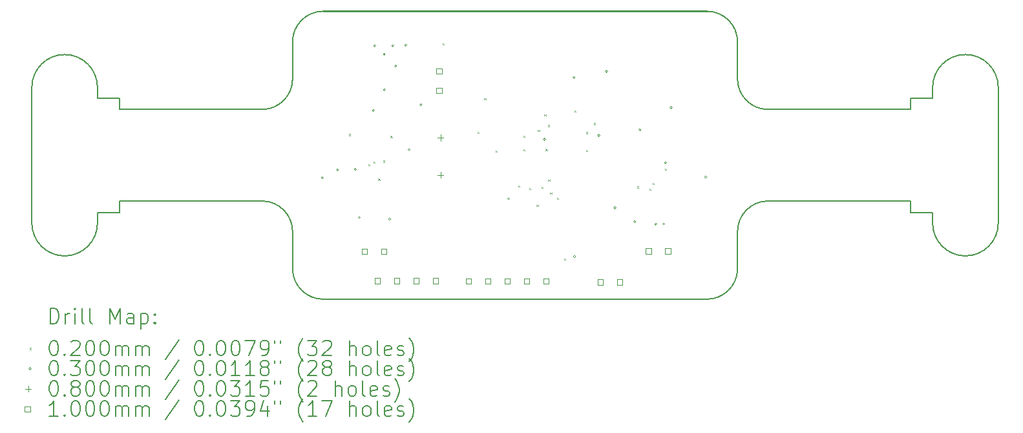
<source format=gbr>
%TF.GenerationSoftware,KiCad,Pcbnew,7.0.1*%
%TF.CreationDate,2024-07-14T18:56:52+02:00*%
%TF.ProjectId,Gruzik2.0,4772757a-696b-4322-9e30-2e6b69636164,rev?*%
%TF.SameCoordinates,Original*%
%TF.FileFunction,Drillmap*%
%TF.FilePolarity,Positive*%
%FSLAX45Y45*%
G04 Gerber Fmt 4.5, Leading zero omitted, Abs format (unit mm)*
G04 Created by KiCad (PCBNEW 7.0.1) date 2024-07-14 18:56:52*
%MOMM*%
%LPD*%
G01*
G04 APERTURE LIST*
%ADD10C,0.150000*%
%ADD11C,0.250000*%
%ADD12C,0.200000*%
%ADD13C,0.020000*%
%ADD14C,0.030000*%
%ADD15C,0.080000*%
%ADD16C,0.100000*%
G04 APERTURE END LIST*
D10*
X15213800Y-16053500D02*
X15213800Y-15903500D01*
X13347600Y-15903500D02*
G75*
G03*
X12947600Y-16303500I0J-400000D01*
G01*
X15933800Y-13984500D02*
G75*
G03*
X15503800Y-14414500I0J-430000D01*
G01*
X7118400Y-16789400D02*
G75*
G03*
X7518400Y-17189400I400000J0D01*
G01*
X15503800Y-16053500D02*
X15213800Y-16053500D01*
X15213800Y-14703500D02*
X13347600Y-14703500D01*
X3702200Y-14414500D02*
X3702200Y-16192500D01*
X15933800Y-16622500D02*
G75*
G03*
X16363800Y-16192500I0J430000D01*
G01*
X7518400Y-13417600D02*
G75*
G03*
X7118400Y-13817600I0J-400000D01*
G01*
X4562200Y-14414500D02*
X4562200Y-14553500D01*
X15503800Y-16192500D02*
G75*
G03*
X15933800Y-16622500I430000J0D01*
G01*
X16363800Y-14414500D02*
G75*
G03*
X15933800Y-13984500I-430000J0D01*
G01*
X12547600Y-17189400D02*
G75*
G03*
X12947600Y-16789400I0J400000D01*
G01*
X4562200Y-14553500D02*
X4852200Y-14553500D01*
X4562200Y-16192500D02*
X4562200Y-16053500D01*
X6718400Y-15903500D02*
X4852200Y-15903500D01*
X15503800Y-14414500D02*
X15503800Y-14553500D01*
X4852200Y-16053500D02*
X4852200Y-15903500D01*
X12947600Y-14303500D02*
G75*
G03*
X13347600Y-14703500I400000J0D01*
G01*
X16363800Y-14414500D02*
X16363800Y-16192500D01*
X4562200Y-16053500D02*
X4852200Y-16053500D01*
X4132200Y-13984500D02*
G75*
G03*
X3702200Y-14414500I0J-430000D01*
G01*
X7118400Y-14303500D02*
X7118400Y-13817600D01*
X15213800Y-14553500D02*
X15213800Y-14703500D01*
X6718400Y-14703500D02*
G75*
G03*
X7118400Y-14303500I0J400000D01*
G01*
X4852200Y-14553500D02*
X4852200Y-14703500D01*
D11*
X7518400Y-13417600D02*
X12547600Y-13417600D01*
D10*
X15503800Y-16192500D02*
X15503800Y-16053500D01*
X13347600Y-15903500D02*
X15213800Y-15903500D01*
X6718400Y-14703500D02*
X4852200Y-14703500D01*
X7518400Y-17189400D02*
X12547600Y-17189400D01*
X4132200Y-16622500D02*
G75*
G03*
X4562200Y-16192500I0J430000D01*
G01*
X7118400Y-16303500D02*
G75*
G03*
X6718400Y-15903500I-400000J0D01*
G01*
X15503800Y-14553500D02*
X15213800Y-14553500D01*
X3702200Y-16192500D02*
G75*
G03*
X4132200Y-16622500I430000J0D01*
G01*
X4562200Y-14414500D02*
G75*
G03*
X4132200Y-13984500I-430000J0D01*
G01*
X12947600Y-16789400D02*
X12947600Y-16303500D01*
X12947600Y-13817600D02*
G75*
G03*
X12547600Y-13417600I-400000J0D01*
G01*
X12947600Y-13817600D02*
X12947600Y-14303500D01*
X7118400Y-16303500D02*
X7118400Y-16789400D01*
D12*
D13*
X7856000Y-15024000D02*
X7876000Y-15044000D01*
X7876000Y-15024000D02*
X7856000Y-15044000D01*
X8111531Y-15420420D02*
X8131531Y-15440420D01*
X8131531Y-15420420D02*
X8111531Y-15440420D01*
X8176500Y-15383050D02*
X8196500Y-15403050D01*
X8196500Y-15383050D02*
X8176500Y-15403050D01*
X8242000Y-15610000D02*
X8262000Y-15630000D01*
X8262000Y-15610000D02*
X8242000Y-15630000D01*
X8307000Y-15373000D02*
X8327000Y-15393000D01*
X8327000Y-15373000D02*
X8307000Y-15393000D01*
X8401500Y-15050500D02*
X8421500Y-15070500D01*
X8421500Y-15050500D02*
X8401500Y-15070500D01*
X9082000Y-13838000D02*
X9102000Y-13858000D01*
X9102000Y-13838000D02*
X9082000Y-13858000D01*
X9541500Y-14996950D02*
X9561500Y-15016950D01*
X9561500Y-14996950D02*
X9541500Y-15016950D01*
X9629000Y-14555000D02*
X9649000Y-14575000D01*
X9649000Y-14555000D02*
X9629000Y-14575000D01*
X9780000Y-15239000D02*
X9800000Y-15259000D01*
X9800000Y-15239000D02*
X9780000Y-15259000D01*
X10072000Y-15701000D02*
X10092000Y-15721000D01*
X10092000Y-15701000D02*
X10072000Y-15721000D01*
X10143000Y-15045000D02*
X10163000Y-15065000D01*
X10163000Y-15045000D02*
X10143000Y-15065000D01*
X10144000Y-15225000D02*
X10164000Y-15245000D01*
X10164000Y-15225000D02*
X10144000Y-15245000D01*
X10220000Y-15732050D02*
X10240000Y-15752050D01*
X10240000Y-15732050D02*
X10220000Y-15752050D01*
X10314000Y-15955000D02*
X10334000Y-15975000D01*
X10334000Y-15955000D02*
X10314000Y-15975000D01*
X10333000Y-14969000D02*
X10353000Y-14989000D01*
X10353000Y-14969000D02*
X10333000Y-14989000D01*
X10379450Y-15717000D02*
X10399450Y-15737000D01*
X10399450Y-15717000D02*
X10379450Y-15737000D01*
X10416071Y-14769000D02*
X10436071Y-14789000D01*
X10436071Y-14769000D02*
X10416071Y-14789000D01*
X10435000Y-15220000D02*
X10455000Y-15240000D01*
X10455000Y-15220000D02*
X10435000Y-15240000D01*
X10461450Y-14907000D02*
X10481450Y-14927000D01*
X10481450Y-14907000D02*
X10461450Y-14927000D01*
X10466050Y-15622406D02*
X10486050Y-15642406D01*
X10486050Y-15622406D02*
X10466050Y-15642406D01*
X10494000Y-15794000D02*
X10514000Y-15814000D01*
X10514000Y-15794000D02*
X10494000Y-15814000D01*
X10582000Y-15860000D02*
X10602000Y-15880000D01*
X10602000Y-15860000D02*
X10582000Y-15880000D01*
X10674000Y-16655000D02*
X10694000Y-16675000D01*
X10694000Y-16655000D02*
X10674000Y-16675000D01*
X10811000Y-14714000D02*
X10831000Y-14734000D01*
X10831000Y-14714000D02*
X10811000Y-14734000D01*
X10960616Y-15001066D02*
X10980616Y-15021066D01*
X10980616Y-15001066D02*
X10960616Y-15021066D01*
X10961000Y-15231000D02*
X10981000Y-15251000D01*
X10981000Y-15231000D02*
X10961000Y-15251000D01*
X11066813Y-14881495D02*
X11086813Y-14901495D01*
X11086813Y-14881495D02*
X11066813Y-14901495D01*
X11631500Y-15711000D02*
X11651500Y-15731000D01*
X11651500Y-15711000D02*
X11631500Y-15731000D01*
X11794000Y-15739000D02*
X11814000Y-15759000D01*
X11814000Y-15739000D02*
X11794000Y-15759000D01*
X11834500Y-15665000D02*
X11854500Y-15685000D01*
X11854500Y-15665000D02*
X11834500Y-15685000D01*
X11995000Y-15477000D02*
X12015000Y-15497000D01*
X12015000Y-15477000D02*
X11995000Y-15497000D01*
D14*
X7522000Y-15601000D02*
G75*
G03*
X7522000Y-15601000I-15000J0D01*
G01*
X7723000Y-15494000D02*
G75*
G03*
X7723000Y-15494000I-15000J0D01*
G01*
X7953000Y-15490000D02*
G75*
G03*
X7953000Y-15490000I-15000J0D01*
G01*
X8008000Y-16120000D02*
G75*
G03*
X8008000Y-16120000I-15000J0D01*
G01*
X8191000Y-14716000D02*
G75*
G03*
X8191000Y-14716000I-15000J0D01*
G01*
X8209000Y-13868000D02*
G75*
G03*
X8209000Y-13868000I-15000J0D01*
G01*
X8333000Y-13981000D02*
G75*
G03*
X8333000Y-13981000I-15000J0D01*
G01*
X8335000Y-14446000D02*
G75*
G03*
X8335000Y-14446000I-15000J0D01*
G01*
X8404750Y-16141250D02*
G75*
G03*
X8404750Y-16141250I-15000J0D01*
G01*
X8446000Y-13868000D02*
G75*
G03*
X8446000Y-13868000I-15000J0D01*
G01*
X8484000Y-14134000D02*
G75*
G03*
X8484000Y-14134000I-15000J0D01*
G01*
X8616000Y-13861000D02*
G75*
G03*
X8616000Y-13861000I-15000J0D01*
G01*
X8660000Y-15230000D02*
G75*
G03*
X8660000Y-15230000I-15000J0D01*
G01*
X8815000Y-14644000D02*
G75*
G03*
X8815000Y-14644000I-15000J0D01*
G01*
X9963000Y-15874450D02*
G75*
G03*
X9963000Y-15874450I-15000J0D01*
G01*
X10432000Y-15095000D02*
G75*
G03*
X10432000Y-15095000I-15000J0D01*
G01*
X10819000Y-14284000D02*
G75*
G03*
X10819000Y-14284000I-15000J0D01*
G01*
X10827000Y-16631000D02*
G75*
G03*
X10827000Y-16631000I-15000J0D01*
G01*
X11145000Y-15043000D02*
G75*
G03*
X11145000Y-15043000I-15000J0D01*
G01*
X11246000Y-14205000D02*
G75*
G03*
X11246000Y-14205000I-15000J0D01*
G01*
X11357000Y-15991000D02*
G75*
G03*
X11357000Y-15991000I-15000J0D01*
G01*
X11617000Y-16171000D02*
G75*
G03*
X11617000Y-16171000I-15000J0D01*
G01*
X11684000Y-14970000D02*
G75*
G03*
X11684000Y-14970000I-15000J0D01*
G01*
X11891000Y-16207000D02*
G75*
G03*
X11891000Y-16207000I-15000J0D01*
G01*
X11995000Y-16204000D02*
G75*
G03*
X11995000Y-16204000I-15000J0D01*
G01*
X12020000Y-15401000D02*
G75*
G03*
X12020000Y-15401000I-15000J0D01*
G01*
X12092000Y-14681000D02*
G75*
G03*
X12092000Y-14681000I-15000J0D01*
G01*
X12546000Y-15589000D02*
G75*
G03*
X12546000Y-15589000I-15000J0D01*
G01*
D15*
X9056000Y-15034000D02*
X9056000Y-15114000D01*
X9016000Y-15074000D02*
X9096000Y-15074000D01*
X9056000Y-15522000D02*
X9056000Y-15602000D01*
X9016000Y-15562000D02*
X9096000Y-15562000D01*
D16*
X8096356Y-16598356D02*
X8096356Y-16527644D01*
X8025644Y-16527644D01*
X8025644Y-16598356D01*
X8096356Y-16598356D01*
X8264356Y-16985356D02*
X8264356Y-16914644D01*
X8193644Y-16914644D01*
X8193644Y-16985356D01*
X8264356Y-16985356D01*
X8350356Y-16598356D02*
X8350356Y-16527644D01*
X8279644Y-16527644D01*
X8279644Y-16598356D01*
X8350356Y-16598356D01*
X8518356Y-16985356D02*
X8518356Y-16914644D01*
X8447644Y-16914644D01*
X8447644Y-16985356D01*
X8518356Y-16985356D01*
X8772356Y-16985356D02*
X8772356Y-16914644D01*
X8701644Y-16914644D01*
X8701644Y-16985356D01*
X8772356Y-16985356D01*
X9026356Y-16985356D02*
X9026356Y-16914644D01*
X8955644Y-16914644D01*
X8955644Y-16985356D01*
X9026356Y-16985356D01*
X9073856Y-14235356D02*
X9073856Y-14164644D01*
X9003144Y-14164644D01*
X9003144Y-14235356D01*
X9073856Y-14235356D01*
X9073856Y-14489356D02*
X9073856Y-14418644D01*
X9003144Y-14418644D01*
X9003144Y-14489356D01*
X9073856Y-14489356D01*
X9461356Y-16989356D02*
X9461356Y-16918644D01*
X9390644Y-16918644D01*
X9390644Y-16989356D01*
X9461356Y-16989356D01*
X9715356Y-16989356D02*
X9715356Y-16918644D01*
X9644644Y-16918644D01*
X9644644Y-16989356D01*
X9715356Y-16989356D01*
X9969356Y-16989356D02*
X9969356Y-16918644D01*
X9898644Y-16918644D01*
X9898644Y-16989356D01*
X9969356Y-16989356D01*
X10223356Y-16989356D02*
X10223356Y-16918644D01*
X10152644Y-16918644D01*
X10152644Y-16989356D01*
X10223356Y-16989356D01*
X10477356Y-16989356D02*
X10477356Y-16918644D01*
X10406644Y-16918644D01*
X10406644Y-16989356D01*
X10477356Y-16989356D01*
X11184356Y-17001356D02*
X11184356Y-16930644D01*
X11113644Y-16930644D01*
X11113644Y-17001356D01*
X11184356Y-17001356D01*
X11438356Y-17001356D02*
X11438356Y-16930644D01*
X11367644Y-16930644D01*
X11367644Y-17001356D01*
X11438356Y-17001356D01*
X11817356Y-16595356D02*
X11817356Y-16524644D01*
X11746644Y-16524644D01*
X11746644Y-16595356D01*
X11817356Y-16595356D01*
X12071356Y-16595356D02*
X12071356Y-16524644D01*
X12000644Y-16524644D01*
X12000644Y-16595356D01*
X12071356Y-16595356D01*
D12*
X3942319Y-17509424D02*
X3942319Y-17309424D01*
X3942319Y-17309424D02*
X3989938Y-17309424D01*
X3989938Y-17309424D02*
X4018509Y-17318948D01*
X4018509Y-17318948D02*
X4037557Y-17337995D01*
X4037557Y-17337995D02*
X4047081Y-17357043D01*
X4047081Y-17357043D02*
X4056605Y-17395138D01*
X4056605Y-17395138D02*
X4056605Y-17423710D01*
X4056605Y-17423710D02*
X4047081Y-17461805D01*
X4047081Y-17461805D02*
X4037557Y-17480852D01*
X4037557Y-17480852D02*
X4018509Y-17499900D01*
X4018509Y-17499900D02*
X3989938Y-17509424D01*
X3989938Y-17509424D02*
X3942319Y-17509424D01*
X4142319Y-17509424D02*
X4142319Y-17376090D01*
X4142319Y-17414186D02*
X4151843Y-17395138D01*
X4151843Y-17395138D02*
X4161367Y-17385614D01*
X4161367Y-17385614D02*
X4180414Y-17376090D01*
X4180414Y-17376090D02*
X4199462Y-17376090D01*
X4266129Y-17509424D02*
X4266129Y-17376090D01*
X4266129Y-17309424D02*
X4256605Y-17318948D01*
X4256605Y-17318948D02*
X4266129Y-17328471D01*
X4266129Y-17328471D02*
X4275652Y-17318948D01*
X4275652Y-17318948D02*
X4266129Y-17309424D01*
X4266129Y-17309424D02*
X4266129Y-17328471D01*
X4389938Y-17509424D02*
X4370890Y-17499900D01*
X4370890Y-17499900D02*
X4361367Y-17480852D01*
X4361367Y-17480852D02*
X4361367Y-17309424D01*
X4494700Y-17509424D02*
X4475652Y-17499900D01*
X4475652Y-17499900D02*
X4466129Y-17480852D01*
X4466129Y-17480852D02*
X4466129Y-17309424D01*
X4723271Y-17509424D02*
X4723271Y-17309424D01*
X4723271Y-17309424D02*
X4789938Y-17452281D01*
X4789938Y-17452281D02*
X4856605Y-17309424D01*
X4856605Y-17309424D02*
X4856605Y-17509424D01*
X5037557Y-17509424D02*
X5037557Y-17404662D01*
X5037557Y-17404662D02*
X5028033Y-17385614D01*
X5028033Y-17385614D02*
X5008986Y-17376090D01*
X5008986Y-17376090D02*
X4970890Y-17376090D01*
X4970890Y-17376090D02*
X4951843Y-17385614D01*
X5037557Y-17499900D02*
X5018510Y-17509424D01*
X5018510Y-17509424D02*
X4970890Y-17509424D01*
X4970890Y-17509424D02*
X4951843Y-17499900D01*
X4951843Y-17499900D02*
X4942319Y-17480852D01*
X4942319Y-17480852D02*
X4942319Y-17461805D01*
X4942319Y-17461805D02*
X4951843Y-17442757D01*
X4951843Y-17442757D02*
X4970890Y-17433233D01*
X4970890Y-17433233D02*
X5018510Y-17433233D01*
X5018510Y-17433233D02*
X5037557Y-17423710D01*
X5132795Y-17376090D02*
X5132795Y-17576090D01*
X5132795Y-17385614D02*
X5151843Y-17376090D01*
X5151843Y-17376090D02*
X5189938Y-17376090D01*
X5189938Y-17376090D02*
X5208986Y-17385614D01*
X5208986Y-17385614D02*
X5218510Y-17395138D01*
X5218510Y-17395138D02*
X5228033Y-17414186D01*
X5228033Y-17414186D02*
X5228033Y-17471329D01*
X5228033Y-17471329D02*
X5218510Y-17490376D01*
X5218510Y-17490376D02*
X5208986Y-17499900D01*
X5208986Y-17499900D02*
X5189938Y-17509424D01*
X5189938Y-17509424D02*
X5151843Y-17509424D01*
X5151843Y-17509424D02*
X5132795Y-17499900D01*
X5313748Y-17490376D02*
X5323271Y-17499900D01*
X5323271Y-17499900D02*
X5313748Y-17509424D01*
X5313748Y-17509424D02*
X5304224Y-17499900D01*
X5304224Y-17499900D02*
X5313748Y-17490376D01*
X5313748Y-17490376D02*
X5313748Y-17509424D01*
X5313748Y-17385614D02*
X5323271Y-17395138D01*
X5323271Y-17395138D02*
X5313748Y-17404662D01*
X5313748Y-17404662D02*
X5304224Y-17395138D01*
X5304224Y-17395138D02*
X5313748Y-17385614D01*
X5313748Y-17385614D02*
X5313748Y-17404662D01*
D13*
X3674700Y-17826900D02*
X3694700Y-17846900D01*
X3694700Y-17826900D02*
X3674700Y-17846900D01*
D12*
X3980414Y-17729424D02*
X3999462Y-17729424D01*
X3999462Y-17729424D02*
X4018509Y-17738948D01*
X4018509Y-17738948D02*
X4028033Y-17748471D01*
X4028033Y-17748471D02*
X4037557Y-17767519D01*
X4037557Y-17767519D02*
X4047081Y-17805614D01*
X4047081Y-17805614D02*
X4047081Y-17853233D01*
X4047081Y-17853233D02*
X4037557Y-17891329D01*
X4037557Y-17891329D02*
X4028033Y-17910376D01*
X4028033Y-17910376D02*
X4018509Y-17919900D01*
X4018509Y-17919900D02*
X3999462Y-17929424D01*
X3999462Y-17929424D02*
X3980414Y-17929424D01*
X3980414Y-17929424D02*
X3961367Y-17919900D01*
X3961367Y-17919900D02*
X3951843Y-17910376D01*
X3951843Y-17910376D02*
X3942319Y-17891329D01*
X3942319Y-17891329D02*
X3932795Y-17853233D01*
X3932795Y-17853233D02*
X3932795Y-17805614D01*
X3932795Y-17805614D02*
X3942319Y-17767519D01*
X3942319Y-17767519D02*
X3951843Y-17748471D01*
X3951843Y-17748471D02*
X3961367Y-17738948D01*
X3961367Y-17738948D02*
X3980414Y-17729424D01*
X4132795Y-17910376D02*
X4142319Y-17919900D01*
X4142319Y-17919900D02*
X4132795Y-17929424D01*
X4132795Y-17929424D02*
X4123271Y-17919900D01*
X4123271Y-17919900D02*
X4132795Y-17910376D01*
X4132795Y-17910376D02*
X4132795Y-17929424D01*
X4218510Y-17748471D02*
X4228033Y-17738948D01*
X4228033Y-17738948D02*
X4247081Y-17729424D01*
X4247081Y-17729424D02*
X4294700Y-17729424D01*
X4294700Y-17729424D02*
X4313748Y-17738948D01*
X4313748Y-17738948D02*
X4323271Y-17748471D01*
X4323271Y-17748471D02*
X4332795Y-17767519D01*
X4332795Y-17767519D02*
X4332795Y-17786567D01*
X4332795Y-17786567D02*
X4323271Y-17815138D01*
X4323271Y-17815138D02*
X4208986Y-17929424D01*
X4208986Y-17929424D02*
X4332795Y-17929424D01*
X4456605Y-17729424D02*
X4475652Y-17729424D01*
X4475652Y-17729424D02*
X4494700Y-17738948D01*
X4494700Y-17738948D02*
X4504224Y-17748471D01*
X4504224Y-17748471D02*
X4513748Y-17767519D01*
X4513748Y-17767519D02*
X4523271Y-17805614D01*
X4523271Y-17805614D02*
X4523271Y-17853233D01*
X4523271Y-17853233D02*
X4513748Y-17891329D01*
X4513748Y-17891329D02*
X4504224Y-17910376D01*
X4504224Y-17910376D02*
X4494700Y-17919900D01*
X4494700Y-17919900D02*
X4475652Y-17929424D01*
X4475652Y-17929424D02*
X4456605Y-17929424D01*
X4456605Y-17929424D02*
X4437557Y-17919900D01*
X4437557Y-17919900D02*
X4428033Y-17910376D01*
X4428033Y-17910376D02*
X4418510Y-17891329D01*
X4418510Y-17891329D02*
X4408986Y-17853233D01*
X4408986Y-17853233D02*
X4408986Y-17805614D01*
X4408986Y-17805614D02*
X4418510Y-17767519D01*
X4418510Y-17767519D02*
X4428033Y-17748471D01*
X4428033Y-17748471D02*
X4437557Y-17738948D01*
X4437557Y-17738948D02*
X4456605Y-17729424D01*
X4647081Y-17729424D02*
X4666129Y-17729424D01*
X4666129Y-17729424D02*
X4685176Y-17738948D01*
X4685176Y-17738948D02*
X4694700Y-17748471D01*
X4694700Y-17748471D02*
X4704224Y-17767519D01*
X4704224Y-17767519D02*
X4713748Y-17805614D01*
X4713748Y-17805614D02*
X4713748Y-17853233D01*
X4713748Y-17853233D02*
X4704224Y-17891329D01*
X4704224Y-17891329D02*
X4694700Y-17910376D01*
X4694700Y-17910376D02*
X4685176Y-17919900D01*
X4685176Y-17919900D02*
X4666129Y-17929424D01*
X4666129Y-17929424D02*
X4647081Y-17929424D01*
X4647081Y-17929424D02*
X4628033Y-17919900D01*
X4628033Y-17919900D02*
X4618510Y-17910376D01*
X4618510Y-17910376D02*
X4608986Y-17891329D01*
X4608986Y-17891329D02*
X4599462Y-17853233D01*
X4599462Y-17853233D02*
X4599462Y-17805614D01*
X4599462Y-17805614D02*
X4608986Y-17767519D01*
X4608986Y-17767519D02*
X4618510Y-17748471D01*
X4618510Y-17748471D02*
X4628033Y-17738948D01*
X4628033Y-17738948D02*
X4647081Y-17729424D01*
X4799462Y-17929424D02*
X4799462Y-17796090D01*
X4799462Y-17815138D02*
X4808986Y-17805614D01*
X4808986Y-17805614D02*
X4828033Y-17796090D01*
X4828033Y-17796090D02*
X4856605Y-17796090D01*
X4856605Y-17796090D02*
X4875652Y-17805614D01*
X4875652Y-17805614D02*
X4885176Y-17824662D01*
X4885176Y-17824662D02*
X4885176Y-17929424D01*
X4885176Y-17824662D02*
X4894700Y-17805614D01*
X4894700Y-17805614D02*
X4913748Y-17796090D01*
X4913748Y-17796090D02*
X4942319Y-17796090D01*
X4942319Y-17796090D02*
X4961367Y-17805614D01*
X4961367Y-17805614D02*
X4970891Y-17824662D01*
X4970891Y-17824662D02*
X4970891Y-17929424D01*
X5066129Y-17929424D02*
X5066129Y-17796090D01*
X5066129Y-17815138D02*
X5075652Y-17805614D01*
X5075652Y-17805614D02*
X5094700Y-17796090D01*
X5094700Y-17796090D02*
X5123272Y-17796090D01*
X5123272Y-17796090D02*
X5142319Y-17805614D01*
X5142319Y-17805614D02*
X5151843Y-17824662D01*
X5151843Y-17824662D02*
X5151843Y-17929424D01*
X5151843Y-17824662D02*
X5161367Y-17805614D01*
X5161367Y-17805614D02*
X5180414Y-17796090D01*
X5180414Y-17796090D02*
X5208986Y-17796090D01*
X5208986Y-17796090D02*
X5228033Y-17805614D01*
X5228033Y-17805614D02*
X5237557Y-17824662D01*
X5237557Y-17824662D02*
X5237557Y-17929424D01*
X5628033Y-17719900D02*
X5456605Y-17977043D01*
X5885176Y-17729424D02*
X5904224Y-17729424D01*
X5904224Y-17729424D02*
X5923272Y-17738948D01*
X5923272Y-17738948D02*
X5932795Y-17748471D01*
X5932795Y-17748471D02*
X5942319Y-17767519D01*
X5942319Y-17767519D02*
X5951843Y-17805614D01*
X5951843Y-17805614D02*
X5951843Y-17853233D01*
X5951843Y-17853233D02*
X5942319Y-17891329D01*
X5942319Y-17891329D02*
X5932795Y-17910376D01*
X5932795Y-17910376D02*
X5923272Y-17919900D01*
X5923272Y-17919900D02*
X5904224Y-17929424D01*
X5904224Y-17929424D02*
X5885176Y-17929424D01*
X5885176Y-17929424D02*
X5866129Y-17919900D01*
X5866129Y-17919900D02*
X5856605Y-17910376D01*
X5856605Y-17910376D02*
X5847081Y-17891329D01*
X5847081Y-17891329D02*
X5837557Y-17853233D01*
X5837557Y-17853233D02*
X5837557Y-17805614D01*
X5837557Y-17805614D02*
X5847081Y-17767519D01*
X5847081Y-17767519D02*
X5856605Y-17748471D01*
X5856605Y-17748471D02*
X5866129Y-17738948D01*
X5866129Y-17738948D02*
X5885176Y-17729424D01*
X6037557Y-17910376D02*
X6047081Y-17919900D01*
X6047081Y-17919900D02*
X6037557Y-17929424D01*
X6037557Y-17929424D02*
X6028033Y-17919900D01*
X6028033Y-17919900D02*
X6037557Y-17910376D01*
X6037557Y-17910376D02*
X6037557Y-17929424D01*
X6170891Y-17729424D02*
X6189938Y-17729424D01*
X6189938Y-17729424D02*
X6208986Y-17738948D01*
X6208986Y-17738948D02*
X6218510Y-17748471D01*
X6218510Y-17748471D02*
X6228033Y-17767519D01*
X6228033Y-17767519D02*
X6237557Y-17805614D01*
X6237557Y-17805614D02*
X6237557Y-17853233D01*
X6237557Y-17853233D02*
X6228033Y-17891329D01*
X6228033Y-17891329D02*
X6218510Y-17910376D01*
X6218510Y-17910376D02*
X6208986Y-17919900D01*
X6208986Y-17919900D02*
X6189938Y-17929424D01*
X6189938Y-17929424D02*
X6170891Y-17929424D01*
X6170891Y-17929424D02*
X6151843Y-17919900D01*
X6151843Y-17919900D02*
X6142319Y-17910376D01*
X6142319Y-17910376D02*
X6132795Y-17891329D01*
X6132795Y-17891329D02*
X6123272Y-17853233D01*
X6123272Y-17853233D02*
X6123272Y-17805614D01*
X6123272Y-17805614D02*
X6132795Y-17767519D01*
X6132795Y-17767519D02*
X6142319Y-17748471D01*
X6142319Y-17748471D02*
X6151843Y-17738948D01*
X6151843Y-17738948D02*
X6170891Y-17729424D01*
X6361367Y-17729424D02*
X6380414Y-17729424D01*
X6380414Y-17729424D02*
X6399462Y-17738948D01*
X6399462Y-17738948D02*
X6408986Y-17748471D01*
X6408986Y-17748471D02*
X6418510Y-17767519D01*
X6418510Y-17767519D02*
X6428033Y-17805614D01*
X6428033Y-17805614D02*
X6428033Y-17853233D01*
X6428033Y-17853233D02*
X6418510Y-17891329D01*
X6418510Y-17891329D02*
X6408986Y-17910376D01*
X6408986Y-17910376D02*
X6399462Y-17919900D01*
X6399462Y-17919900D02*
X6380414Y-17929424D01*
X6380414Y-17929424D02*
X6361367Y-17929424D01*
X6361367Y-17929424D02*
X6342319Y-17919900D01*
X6342319Y-17919900D02*
X6332795Y-17910376D01*
X6332795Y-17910376D02*
X6323272Y-17891329D01*
X6323272Y-17891329D02*
X6313748Y-17853233D01*
X6313748Y-17853233D02*
X6313748Y-17805614D01*
X6313748Y-17805614D02*
X6323272Y-17767519D01*
X6323272Y-17767519D02*
X6332795Y-17748471D01*
X6332795Y-17748471D02*
X6342319Y-17738948D01*
X6342319Y-17738948D02*
X6361367Y-17729424D01*
X6494700Y-17729424D02*
X6628033Y-17729424D01*
X6628033Y-17729424D02*
X6542319Y-17929424D01*
X6713748Y-17929424D02*
X6751843Y-17929424D01*
X6751843Y-17929424D02*
X6770891Y-17919900D01*
X6770891Y-17919900D02*
X6780414Y-17910376D01*
X6780414Y-17910376D02*
X6799462Y-17881805D01*
X6799462Y-17881805D02*
X6808986Y-17843710D01*
X6808986Y-17843710D02*
X6808986Y-17767519D01*
X6808986Y-17767519D02*
X6799462Y-17748471D01*
X6799462Y-17748471D02*
X6789938Y-17738948D01*
X6789938Y-17738948D02*
X6770891Y-17729424D01*
X6770891Y-17729424D02*
X6732795Y-17729424D01*
X6732795Y-17729424D02*
X6713748Y-17738948D01*
X6713748Y-17738948D02*
X6704224Y-17748471D01*
X6704224Y-17748471D02*
X6694700Y-17767519D01*
X6694700Y-17767519D02*
X6694700Y-17815138D01*
X6694700Y-17815138D02*
X6704224Y-17834186D01*
X6704224Y-17834186D02*
X6713748Y-17843710D01*
X6713748Y-17843710D02*
X6732795Y-17853233D01*
X6732795Y-17853233D02*
X6770891Y-17853233D01*
X6770891Y-17853233D02*
X6789938Y-17843710D01*
X6789938Y-17843710D02*
X6799462Y-17834186D01*
X6799462Y-17834186D02*
X6808986Y-17815138D01*
X6885176Y-17729424D02*
X6885176Y-17767519D01*
X6961367Y-17729424D02*
X6961367Y-17767519D01*
X7256605Y-18005614D02*
X7247081Y-17996090D01*
X7247081Y-17996090D02*
X7228034Y-17967519D01*
X7228034Y-17967519D02*
X7218510Y-17948471D01*
X7218510Y-17948471D02*
X7208986Y-17919900D01*
X7208986Y-17919900D02*
X7199462Y-17872281D01*
X7199462Y-17872281D02*
X7199462Y-17834186D01*
X7199462Y-17834186D02*
X7208986Y-17786567D01*
X7208986Y-17786567D02*
X7218510Y-17757995D01*
X7218510Y-17757995D02*
X7228034Y-17738948D01*
X7228034Y-17738948D02*
X7247081Y-17710376D01*
X7247081Y-17710376D02*
X7256605Y-17700852D01*
X7313748Y-17729424D02*
X7437557Y-17729424D01*
X7437557Y-17729424D02*
X7370891Y-17805614D01*
X7370891Y-17805614D02*
X7399462Y-17805614D01*
X7399462Y-17805614D02*
X7418510Y-17815138D01*
X7418510Y-17815138D02*
X7428034Y-17824662D01*
X7428034Y-17824662D02*
X7437557Y-17843710D01*
X7437557Y-17843710D02*
X7437557Y-17891329D01*
X7437557Y-17891329D02*
X7428034Y-17910376D01*
X7428034Y-17910376D02*
X7418510Y-17919900D01*
X7418510Y-17919900D02*
X7399462Y-17929424D01*
X7399462Y-17929424D02*
X7342319Y-17929424D01*
X7342319Y-17929424D02*
X7323272Y-17919900D01*
X7323272Y-17919900D02*
X7313748Y-17910376D01*
X7513748Y-17748471D02*
X7523272Y-17738948D01*
X7523272Y-17738948D02*
X7542319Y-17729424D01*
X7542319Y-17729424D02*
X7589938Y-17729424D01*
X7589938Y-17729424D02*
X7608986Y-17738948D01*
X7608986Y-17738948D02*
X7618510Y-17748471D01*
X7618510Y-17748471D02*
X7628034Y-17767519D01*
X7628034Y-17767519D02*
X7628034Y-17786567D01*
X7628034Y-17786567D02*
X7618510Y-17815138D01*
X7618510Y-17815138D02*
X7504224Y-17929424D01*
X7504224Y-17929424D02*
X7628034Y-17929424D01*
X7866129Y-17929424D02*
X7866129Y-17729424D01*
X7951843Y-17929424D02*
X7951843Y-17824662D01*
X7951843Y-17824662D02*
X7942319Y-17805614D01*
X7942319Y-17805614D02*
X7923272Y-17796090D01*
X7923272Y-17796090D02*
X7894700Y-17796090D01*
X7894700Y-17796090D02*
X7875653Y-17805614D01*
X7875653Y-17805614D02*
X7866129Y-17815138D01*
X8075653Y-17929424D02*
X8056605Y-17919900D01*
X8056605Y-17919900D02*
X8047081Y-17910376D01*
X8047081Y-17910376D02*
X8037557Y-17891329D01*
X8037557Y-17891329D02*
X8037557Y-17834186D01*
X8037557Y-17834186D02*
X8047081Y-17815138D01*
X8047081Y-17815138D02*
X8056605Y-17805614D01*
X8056605Y-17805614D02*
X8075653Y-17796090D01*
X8075653Y-17796090D02*
X8104224Y-17796090D01*
X8104224Y-17796090D02*
X8123272Y-17805614D01*
X8123272Y-17805614D02*
X8132796Y-17815138D01*
X8132796Y-17815138D02*
X8142319Y-17834186D01*
X8142319Y-17834186D02*
X8142319Y-17891329D01*
X8142319Y-17891329D02*
X8132796Y-17910376D01*
X8132796Y-17910376D02*
X8123272Y-17919900D01*
X8123272Y-17919900D02*
X8104224Y-17929424D01*
X8104224Y-17929424D02*
X8075653Y-17929424D01*
X8256605Y-17929424D02*
X8237557Y-17919900D01*
X8237557Y-17919900D02*
X8228034Y-17900852D01*
X8228034Y-17900852D02*
X8228034Y-17729424D01*
X8408986Y-17919900D02*
X8389939Y-17929424D01*
X8389939Y-17929424D02*
X8351843Y-17929424D01*
X8351843Y-17929424D02*
X8332796Y-17919900D01*
X8332796Y-17919900D02*
X8323272Y-17900852D01*
X8323272Y-17900852D02*
X8323272Y-17824662D01*
X8323272Y-17824662D02*
X8332796Y-17805614D01*
X8332796Y-17805614D02*
X8351843Y-17796090D01*
X8351843Y-17796090D02*
X8389939Y-17796090D01*
X8389939Y-17796090D02*
X8408986Y-17805614D01*
X8408986Y-17805614D02*
X8418510Y-17824662D01*
X8418510Y-17824662D02*
X8418510Y-17843710D01*
X8418510Y-17843710D02*
X8323272Y-17862757D01*
X8494700Y-17919900D02*
X8513748Y-17929424D01*
X8513748Y-17929424D02*
X8551843Y-17929424D01*
X8551843Y-17929424D02*
X8570891Y-17919900D01*
X8570891Y-17919900D02*
X8580415Y-17900852D01*
X8580415Y-17900852D02*
X8580415Y-17891329D01*
X8580415Y-17891329D02*
X8570891Y-17872281D01*
X8570891Y-17872281D02*
X8551843Y-17862757D01*
X8551843Y-17862757D02*
X8523272Y-17862757D01*
X8523272Y-17862757D02*
X8504224Y-17853233D01*
X8504224Y-17853233D02*
X8494700Y-17834186D01*
X8494700Y-17834186D02*
X8494700Y-17824662D01*
X8494700Y-17824662D02*
X8504224Y-17805614D01*
X8504224Y-17805614D02*
X8523272Y-17796090D01*
X8523272Y-17796090D02*
X8551843Y-17796090D01*
X8551843Y-17796090D02*
X8570891Y-17805614D01*
X8647081Y-18005614D02*
X8656605Y-17996090D01*
X8656605Y-17996090D02*
X8675653Y-17967519D01*
X8675653Y-17967519D02*
X8685177Y-17948471D01*
X8685177Y-17948471D02*
X8694700Y-17919900D01*
X8694700Y-17919900D02*
X8704224Y-17872281D01*
X8704224Y-17872281D02*
X8704224Y-17834186D01*
X8704224Y-17834186D02*
X8694700Y-17786567D01*
X8694700Y-17786567D02*
X8685177Y-17757995D01*
X8685177Y-17757995D02*
X8675653Y-17738948D01*
X8675653Y-17738948D02*
X8656605Y-17710376D01*
X8656605Y-17710376D02*
X8647081Y-17700852D01*
D14*
X3694700Y-18100900D02*
G75*
G03*
X3694700Y-18100900I-15000J0D01*
G01*
D12*
X3980414Y-17993424D02*
X3999462Y-17993424D01*
X3999462Y-17993424D02*
X4018509Y-18002948D01*
X4018509Y-18002948D02*
X4028033Y-18012471D01*
X4028033Y-18012471D02*
X4037557Y-18031519D01*
X4037557Y-18031519D02*
X4047081Y-18069614D01*
X4047081Y-18069614D02*
X4047081Y-18117233D01*
X4047081Y-18117233D02*
X4037557Y-18155329D01*
X4037557Y-18155329D02*
X4028033Y-18174376D01*
X4028033Y-18174376D02*
X4018509Y-18183900D01*
X4018509Y-18183900D02*
X3999462Y-18193424D01*
X3999462Y-18193424D02*
X3980414Y-18193424D01*
X3980414Y-18193424D02*
X3961367Y-18183900D01*
X3961367Y-18183900D02*
X3951843Y-18174376D01*
X3951843Y-18174376D02*
X3942319Y-18155329D01*
X3942319Y-18155329D02*
X3932795Y-18117233D01*
X3932795Y-18117233D02*
X3932795Y-18069614D01*
X3932795Y-18069614D02*
X3942319Y-18031519D01*
X3942319Y-18031519D02*
X3951843Y-18012471D01*
X3951843Y-18012471D02*
X3961367Y-18002948D01*
X3961367Y-18002948D02*
X3980414Y-17993424D01*
X4132795Y-18174376D02*
X4142319Y-18183900D01*
X4142319Y-18183900D02*
X4132795Y-18193424D01*
X4132795Y-18193424D02*
X4123271Y-18183900D01*
X4123271Y-18183900D02*
X4132795Y-18174376D01*
X4132795Y-18174376D02*
X4132795Y-18193424D01*
X4208986Y-17993424D02*
X4332795Y-17993424D01*
X4332795Y-17993424D02*
X4266129Y-18069614D01*
X4266129Y-18069614D02*
X4294700Y-18069614D01*
X4294700Y-18069614D02*
X4313748Y-18079138D01*
X4313748Y-18079138D02*
X4323271Y-18088662D01*
X4323271Y-18088662D02*
X4332795Y-18107710D01*
X4332795Y-18107710D02*
X4332795Y-18155329D01*
X4332795Y-18155329D02*
X4323271Y-18174376D01*
X4323271Y-18174376D02*
X4313748Y-18183900D01*
X4313748Y-18183900D02*
X4294700Y-18193424D01*
X4294700Y-18193424D02*
X4237557Y-18193424D01*
X4237557Y-18193424D02*
X4218510Y-18183900D01*
X4218510Y-18183900D02*
X4208986Y-18174376D01*
X4456605Y-17993424D02*
X4475652Y-17993424D01*
X4475652Y-17993424D02*
X4494700Y-18002948D01*
X4494700Y-18002948D02*
X4504224Y-18012471D01*
X4504224Y-18012471D02*
X4513748Y-18031519D01*
X4513748Y-18031519D02*
X4523271Y-18069614D01*
X4523271Y-18069614D02*
X4523271Y-18117233D01*
X4523271Y-18117233D02*
X4513748Y-18155329D01*
X4513748Y-18155329D02*
X4504224Y-18174376D01*
X4504224Y-18174376D02*
X4494700Y-18183900D01*
X4494700Y-18183900D02*
X4475652Y-18193424D01*
X4475652Y-18193424D02*
X4456605Y-18193424D01*
X4456605Y-18193424D02*
X4437557Y-18183900D01*
X4437557Y-18183900D02*
X4428033Y-18174376D01*
X4428033Y-18174376D02*
X4418510Y-18155329D01*
X4418510Y-18155329D02*
X4408986Y-18117233D01*
X4408986Y-18117233D02*
X4408986Y-18069614D01*
X4408986Y-18069614D02*
X4418510Y-18031519D01*
X4418510Y-18031519D02*
X4428033Y-18012471D01*
X4428033Y-18012471D02*
X4437557Y-18002948D01*
X4437557Y-18002948D02*
X4456605Y-17993424D01*
X4647081Y-17993424D02*
X4666129Y-17993424D01*
X4666129Y-17993424D02*
X4685176Y-18002948D01*
X4685176Y-18002948D02*
X4694700Y-18012471D01*
X4694700Y-18012471D02*
X4704224Y-18031519D01*
X4704224Y-18031519D02*
X4713748Y-18069614D01*
X4713748Y-18069614D02*
X4713748Y-18117233D01*
X4713748Y-18117233D02*
X4704224Y-18155329D01*
X4704224Y-18155329D02*
X4694700Y-18174376D01*
X4694700Y-18174376D02*
X4685176Y-18183900D01*
X4685176Y-18183900D02*
X4666129Y-18193424D01*
X4666129Y-18193424D02*
X4647081Y-18193424D01*
X4647081Y-18193424D02*
X4628033Y-18183900D01*
X4628033Y-18183900D02*
X4618510Y-18174376D01*
X4618510Y-18174376D02*
X4608986Y-18155329D01*
X4608986Y-18155329D02*
X4599462Y-18117233D01*
X4599462Y-18117233D02*
X4599462Y-18069614D01*
X4599462Y-18069614D02*
X4608986Y-18031519D01*
X4608986Y-18031519D02*
X4618510Y-18012471D01*
X4618510Y-18012471D02*
X4628033Y-18002948D01*
X4628033Y-18002948D02*
X4647081Y-17993424D01*
X4799462Y-18193424D02*
X4799462Y-18060090D01*
X4799462Y-18079138D02*
X4808986Y-18069614D01*
X4808986Y-18069614D02*
X4828033Y-18060090D01*
X4828033Y-18060090D02*
X4856605Y-18060090D01*
X4856605Y-18060090D02*
X4875652Y-18069614D01*
X4875652Y-18069614D02*
X4885176Y-18088662D01*
X4885176Y-18088662D02*
X4885176Y-18193424D01*
X4885176Y-18088662D02*
X4894700Y-18069614D01*
X4894700Y-18069614D02*
X4913748Y-18060090D01*
X4913748Y-18060090D02*
X4942319Y-18060090D01*
X4942319Y-18060090D02*
X4961367Y-18069614D01*
X4961367Y-18069614D02*
X4970891Y-18088662D01*
X4970891Y-18088662D02*
X4970891Y-18193424D01*
X5066129Y-18193424D02*
X5066129Y-18060090D01*
X5066129Y-18079138D02*
X5075652Y-18069614D01*
X5075652Y-18069614D02*
X5094700Y-18060090D01*
X5094700Y-18060090D02*
X5123272Y-18060090D01*
X5123272Y-18060090D02*
X5142319Y-18069614D01*
X5142319Y-18069614D02*
X5151843Y-18088662D01*
X5151843Y-18088662D02*
X5151843Y-18193424D01*
X5151843Y-18088662D02*
X5161367Y-18069614D01*
X5161367Y-18069614D02*
X5180414Y-18060090D01*
X5180414Y-18060090D02*
X5208986Y-18060090D01*
X5208986Y-18060090D02*
X5228033Y-18069614D01*
X5228033Y-18069614D02*
X5237557Y-18088662D01*
X5237557Y-18088662D02*
X5237557Y-18193424D01*
X5628033Y-17983900D02*
X5456605Y-18241043D01*
X5885176Y-17993424D02*
X5904224Y-17993424D01*
X5904224Y-17993424D02*
X5923272Y-18002948D01*
X5923272Y-18002948D02*
X5932795Y-18012471D01*
X5932795Y-18012471D02*
X5942319Y-18031519D01*
X5942319Y-18031519D02*
X5951843Y-18069614D01*
X5951843Y-18069614D02*
X5951843Y-18117233D01*
X5951843Y-18117233D02*
X5942319Y-18155329D01*
X5942319Y-18155329D02*
X5932795Y-18174376D01*
X5932795Y-18174376D02*
X5923272Y-18183900D01*
X5923272Y-18183900D02*
X5904224Y-18193424D01*
X5904224Y-18193424D02*
X5885176Y-18193424D01*
X5885176Y-18193424D02*
X5866129Y-18183900D01*
X5866129Y-18183900D02*
X5856605Y-18174376D01*
X5856605Y-18174376D02*
X5847081Y-18155329D01*
X5847081Y-18155329D02*
X5837557Y-18117233D01*
X5837557Y-18117233D02*
X5837557Y-18069614D01*
X5837557Y-18069614D02*
X5847081Y-18031519D01*
X5847081Y-18031519D02*
X5856605Y-18012471D01*
X5856605Y-18012471D02*
X5866129Y-18002948D01*
X5866129Y-18002948D02*
X5885176Y-17993424D01*
X6037557Y-18174376D02*
X6047081Y-18183900D01*
X6047081Y-18183900D02*
X6037557Y-18193424D01*
X6037557Y-18193424D02*
X6028033Y-18183900D01*
X6028033Y-18183900D02*
X6037557Y-18174376D01*
X6037557Y-18174376D02*
X6037557Y-18193424D01*
X6170891Y-17993424D02*
X6189938Y-17993424D01*
X6189938Y-17993424D02*
X6208986Y-18002948D01*
X6208986Y-18002948D02*
X6218510Y-18012471D01*
X6218510Y-18012471D02*
X6228033Y-18031519D01*
X6228033Y-18031519D02*
X6237557Y-18069614D01*
X6237557Y-18069614D02*
X6237557Y-18117233D01*
X6237557Y-18117233D02*
X6228033Y-18155329D01*
X6228033Y-18155329D02*
X6218510Y-18174376D01*
X6218510Y-18174376D02*
X6208986Y-18183900D01*
X6208986Y-18183900D02*
X6189938Y-18193424D01*
X6189938Y-18193424D02*
X6170891Y-18193424D01*
X6170891Y-18193424D02*
X6151843Y-18183900D01*
X6151843Y-18183900D02*
X6142319Y-18174376D01*
X6142319Y-18174376D02*
X6132795Y-18155329D01*
X6132795Y-18155329D02*
X6123272Y-18117233D01*
X6123272Y-18117233D02*
X6123272Y-18069614D01*
X6123272Y-18069614D02*
X6132795Y-18031519D01*
X6132795Y-18031519D02*
X6142319Y-18012471D01*
X6142319Y-18012471D02*
X6151843Y-18002948D01*
X6151843Y-18002948D02*
X6170891Y-17993424D01*
X6428033Y-18193424D02*
X6313748Y-18193424D01*
X6370891Y-18193424D02*
X6370891Y-17993424D01*
X6370891Y-17993424D02*
X6351843Y-18021995D01*
X6351843Y-18021995D02*
X6332795Y-18041043D01*
X6332795Y-18041043D02*
X6313748Y-18050567D01*
X6618510Y-18193424D02*
X6504224Y-18193424D01*
X6561367Y-18193424D02*
X6561367Y-17993424D01*
X6561367Y-17993424D02*
X6542319Y-18021995D01*
X6542319Y-18021995D02*
X6523272Y-18041043D01*
X6523272Y-18041043D02*
X6504224Y-18050567D01*
X6732795Y-18079138D02*
X6713748Y-18069614D01*
X6713748Y-18069614D02*
X6704224Y-18060090D01*
X6704224Y-18060090D02*
X6694700Y-18041043D01*
X6694700Y-18041043D02*
X6694700Y-18031519D01*
X6694700Y-18031519D02*
X6704224Y-18012471D01*
X6704224Y-18012471D02*
X6713748Y-18002948D01*
X6713748Y-18002948D02*
X6732795Y-17993424D01*
X6732795Y-17993424D02*
X6770891Y-17993424D01*
X6770891Y-17993424D02*
X6789938Y-18002948D01*
X6789938Y-18002948D02*
X6799462Y-18012471D01*
X6799462Y-18012471D02*
X6808986Y-18031519D01*
X6808986Y-18031519D02*
X6808986Y-18041043D01*
X6808986Y-18041043D02*
X6799462Y-18060090D01*
X6799462Y-18060090D02*
X6789938Y-18069614D01*
X6789938Y-18069614D02*
X6770891Y-18079138D01*
X6770891Y-18079138D02*
X6732795Y-18079138D01*
X6732795Y-18079138D02*
X6713748Y-18088662D01*
X6713748Y-18088662D02*
X6704224Y-18098186D01*
X6704224Y-18098186D02*
X6694700Y-18117233D01*
X6694700Y-18117233D02*
X6694700Y-18155329D01*
X6694700Y-18155329D02*
X6704224Y-18174376D01*
X6704224Y-18174376D02*
X6713748Y-18183900D01*
X6713748Y-18183900D02*
X6732795Y-18193424D01*
X6732795Y-18193424D02*
X6770891Y-18193424D01*
X6770891Y-18193424D02*
X6789938Y-18183900D01*
X6789938Y-18183900D02*
X6799462Y-18174376D01*
X6799462Y-18174376D02*
X6808986Y-18155329D01*
X6808986Y-18155329D02*
X6808986Y-18117233D01*
X6808986Y-18117233D02*
X6799462Y-18098186D01*
X6799462Y-18098186D02*
X6789938Y-18088662D01*
X6789938Y-18088662D02*
X6770891Y-18079138D01*
X6885176Y-17993424D02*
X6885176Y-18031519D01*
X6961367Y-17993424D02*
X6961367Y-18031519D01*
X7256605Y-18269614D02*
X7247081Y-18260090D01*
X7247081Y-18260090D02*
X7228034Y-18231519D01*
X7228034Y-18231519D02*
X7218510Y-18212471D01*
X7218510Y-18212471D02*
X7208986Y-18183900D01*
X7208986Y-18183900D02*
X7199462Y-18136281D01*
X7199462Y-18136281D02*
X7199462Y-18098186D01*
X7199462Y-18098186D02*
X7208986Y-18050567D01*
X7208986Y-18050567D02*
X7218510Y-18021995D01*
X7218510Y-18021995D02*
X7228034Y-18002948D01*
X7228034Y-18002948D02*
X7247081Y-17974376D01*
X7247081Y-17974376D02*
X7256605Y-17964852D01*
X7323272Y-18012471D02*
X7332795Y-18002948D01*
X7332795Y-18002948D02*
X7351843Y-17993424D01*
X7351843Y-17993424D02*
X7399462Y-17993424D01*
X7399462Y-17993424D02*
X7418510Y-18002948D01*
X7418510Y-18002948D02*
X7428034Y-18012471D01*
X7428034Y-18012471D02*
X7437557Y-18031519D01*
X7437557Y-18031519D02*
X7437557Y-18050567D01*
X7437557Y-18050567D02*
X7428034Y-18079138D01*
X7428034Y-18079138D02*
X7313748Y-18193424D01*
X7313748Y-18193424D02*
X7437557Y-18193424D01*
X7551843Y-18079138D02*
X7532795Y-18069614D01*
X7532795Y-18069614D02*
X7523272Y-18060090D01*
X7523272Y-18060090D02*
X7513748Y-18041043D01*
X7513748Y-18041043D02*
X7513748Y-18031519D01*
X7513748Y-18031519D02*
X7523272Y-18012471D01*
X7523272Y-18012471D02*
X7532795Y-18002948D01*
X7532795Y-18002948D02*
X7551843Y-17993424D01*
X7551843Y-17993424D02*
X7589938Y-17993424D01*
X7589938Y-17993424D02*
X7608986Y-18002948D01*
X7608986Y-18002948D02*
X7618510Y-18012471D01*
X7618510Y-18012471D02*
X7628034Y-18031519D01*
X7628034Y-18031519D02*
X7628034Y-18041043D01*
X7628034Y-18041043D02*
X7618510Y-18060090D01*
X7618510Y-18060090D02*
X7608986Y-18069614D01*
X7608986Y-18069614D02*
X7589938Y-18079138D01*
X7589938Y-18079138D02*
X7551843Y-18079138D01*
X7551843Y-18079138D02*
X7532795Y-18088662D01*
X7532795Y-18088662D02*
X7523272Y-18098186D01*
X7523272Y-18098186D02*
X7513748Y-18117233D01*
X7513748Y-18117233D02*
X7513748Y-18155329D01*
X7513748Y-18155329D02*
X7523272Y-18174376D01*
X7523272Y-18174376D02*
X7532795Y-18183900D01*
X7532795Y-18183900D02*
X7551843Y-18193424D01*
X7551843Y-18193424D02*
X7589938Y-18193424D01*
X7589938Y-18193424D02*
X7608986Y-18183900D01*
X7608986Y-18183900D02*
X7618510Y-18174376D01*
X7618510Y-18174376D02*
X7628034Y-18155329D01*
X7628034Y-18155329D02*
X7628034Y-18117233D01*
X7628034Y-18117233D02*
X7618510Y-18098186D01*
X7618510Y-18098186D02*
X7608986Y-18088662D01*
X7608986Y-18088662D02*
X7589938Y-18079138D01*
X7866129Y-18193424D02*
X7866129Y-17993424D01*
X7951843Y-18193424D02*
X7951843Y-18088662D01*
X7951843Y-18088662D02*
X7942319Y-18069614D01*
X7942319Y-18069614D02*
X7923272Y-18060090D01*
X7923272Y-18060090D02*
X7894700Y-18060090D01*
X7894700Y-18060090D02*
X7875653Y-18069614D01*
X7875653Y-18069614D02*
X7866129Y-18079138D01*
X8075653Y-18193424D02*
X8056605Y-18183900D01*
X8056605Y-18183900D02*
X8047081Y-18174376D01*
X8047081Y-18174376D02*
X8037557Y-18155329D01*
X8037557Y-18155329D02*
X8037557Y-18098186D01*
X8037557Y-18098186D02*
X8047081Y-18079138D01*
X8047081Y-18079138D02*
X8056605Y-18069614D01*
X8056605Y-18069614D02*
X8075653Y-18060090D01*
X8075653Y-18060090D02*
X8104224Y-18060090D01*
X8104224Y-18060090D02*
X8123272Y-18069614D01*
X8123272Y-18069614D02*
X8132796Y-18079138D01*
X8132796Y-18079138D02*
X8142319Y-18098186D01*
X8142319Y-18098186D02*
X8142319Y-18155329D01*
X8142319Y-18155329D02*
X8132796Y-18174376D01*
X8132796Y-18174376D02*
X8123272Y-18183900D01*
X8123272Y-18183900D02*
X8104224Y-18193424D01*
X8104224Y-18193424D02*
X8075653Y-18193424D01*
X8256605Y-18193424D02*
X8237557Y-18183900D01*
X8237557Y-18183900D02*
X8228034Y-18164852D01*
X8228034Y-18164852D02*
X8228034Y-17993424D01*
X8408986Y-18183900D02*
X8389939Y-18193424D01*
X8389939Y-18193424D02*
X8351843Y-18193424D01*
X8351843Y-18193424D02*
X8332796Y-18183900D01*
X8332796Y-18183900D02*
X8323272Y-18164852D01*
X8323272Y-18164852D02*
X8323272Y-18088662D01*
X8323272Y-18088662D02*
X8332796Y-18069614D01*
X8332796Y-18069614D02*
X8351843Y-18060090D01*
X8351843Y-18060090D02*
X8389939Y-18060090D01*
X8389939Y-18060090D02*
X8408986Y-18069614D01*
X8408986Y-18069614D02*
X8418510Y-18088662D01*
X8418510Y-18088662D02*
X8418510Y-18107710D01*
X8418510Y-18107710D02*
X8323272Y-18126757D01*
X8494700Y-18183900D02*
X8513748Y-18193424D01*
X8513748Y-18193424D02*
X8551843Y-18193424D01*
X8551843Y-18193424D02*
X8570891Y-18183900D01*
X8570891Y-18183900D02*
X8580415Y-18164852D01*
X8580415Y-18164852D02*
X8580415Y-18155329D01*
X8580415Y-18155329D02*
X8570891Y-18136281D01*
X8570891Y-18136281D02*
X8551843Y-18126757D01*
X8551843Y-18126757D02*
X8523272Y-18126757D01*
X8523272Y-18126757D02*
X8504224Y-18117233D01*
X8504224Y-18117233D02*
X8494700Y-18098186D01*
X8494700Y-18098186D02*
X8494700Y-18088662D01*
X8494700Y-18088662D02*
X8504224Y-18069614D01*
X8504224Y-18069614D02*
X8523272Y-18060090D01*
X8523272Y-18060090D02*
X8551843Y-18060090D01*
X8551843Y-18060090D02*
X8570891Y-18069614D01*
X8647081Y-18269614D02*
X8656605Y-18260090D01*
X8656605Y-18260090D02*
X8675653Y-18231519D01*
X8675653Y-18231519D02*
X8685177Y-18212471D01*
X8685177Y-18212471D02*
X8694700Y-18183900D01*
X8694700Y-18183900D02*
X8704224Y-18136281D01*
X8704224Y-18136281D02*
X8704224Y-18098186D01*
X8704224Y-18098186D02*
X8694700Y-18050567D01*
X8694700Y-18050567D02*
X8685177Y-18021995D01*
X8685177Y-18021995D02*
X8675653Y-18002948D01*
X8675653Y-18002948D02*
X8656605Y-17974376D01*
X8656605Y-17974376D02*
X8647081Y-17964852D01*
D15*
X3654700Y-18324900D02*
X3654700Y-18404900D01*
X3614700Y-18364900D02*
X3694700Y-18364900D01*
D12*
X3980414Y-18257424D02*
X3999462Y-18257424D01*
X3999462Y-18257424D02*
X4018509Y-18266948D01*
X4018509Y-18266948D02*
X4028033Y-18276471D01*
X4028033Y-18276471D02*
X4037557Y-18295519D01*
X4037557Y-18295519D02*
X4047081Y-18333614D01*
X4047081Y-18333614D02*
X4047081Y-18381233D01*
X4047081Y-18381233D02*
X4037557Y-18419329D01*
X4037557Y-18419329D02*
X4028033Y-18438376D01*
X4028033Y-18438376D02*
X4018509Y-18447900D01*
X4018509Y-18447900D02*
X3999462Y-18457424D01*
X3999462Y-18457424D02*
X3980414Y-18457424D01*
X3980414Y-18457424D02*
X3961367Y-18447900D01*
X3961367Y-18447900D02*
X3951843Y-18438376D01*
X3951843Y-18438376D02*
X3942319Y-18419329D01*
X3942319Y-18419329D02*
X3932795Y-18381233D01*
X3932795Y-18381233D02*
X3932795Y-18333614D01*
X3932795Y-18333614D02*
X3942319Y-18295519D01*
X3942319Y-18295519D02*
X3951843Y-18276471D01*
X3951843Y-18276471D02*
X3961367Y-18266948D01*
X3961367Y-18266948D02*
X3980414Y-18257424D01*
X4132795Y-18438376D02*
X4142319Y-18447900D01*
X4142319Y-18447900D02*
X4132795Y-18457424D01*
X4132795Y-18457424D02*
X4123271Y-18447900D01*
X4123271Y-18447900D02*
X4132795Y-18438376D01*
X4132795Y-18438376D02*
X4132795Y-18457424D01*
X4256605Y-18343138D02*
X4237557Y-18333614D01*
X4237557Y-18333614D02*
X4228033Y-18324090D01*
X4228033Y-18324090D02*
X4218510Y-18305043D01*
X4218510Y-18305043D02*
X4218510Y-18295519D01*
X4218510Y-18295519D02*
X4228033Y-18276471D01*
X4228033Y-18276471D02*
X4237557Y-18266948D01*
X4237557Y-18266948D02*
X4256605Y-18257424D01*
X4256605Y-18257424D02*
X4294700Y-18257424D01*
X4294700Y-18257424D02*
X4313748Y-18266948D01*
X4313748Y-18266948D02*
X4323271Y-18276471D01*
X4323271Y-18276471D02*
X4332795Y-18295519D01*
X4332795Y-18295519D02*
X4332795Y-18305043D01*
X4332795Y-18305043D02*
X4323271Y-18324090D01*
X4323271Y-18324090D02*
X4313748Y-18333614D01*
X4313748Y-18333614D02*
X4294700Y-18343138D01*
X4294700Y-18343138D02*
X4256605Y-18343138D01*
X4256605Y-18343138D02*
X4237557Y-18352662D01*
X4237557Y-18352662D02*
X4228033Y-18362186D01*
X4228033Y-18362186D02*
X4218510Y-18381233D01*
X4218510Y-18381233D02*
X4218510Y-18419329D01*
X4218510Y-18419329D02*
X4228033Y-18438376D01*
X4228033Y-18438376D02*
X4237557Y-18447900D01*
X4237557Y-18447900D02*
X4256605Y-18457424D01*
X4256605Y-18457424D02*
X4294700Y-18457424D01*
X4294700Y-18457424D02*
X4313748Y-18447900D01*
X4313748Y-18447900D02*
X4323271Y-18438376D01*
X4323271Y-18438376D02*
X4332795Y-18419329D01*
X4332795Y-18419329D02*
X4332795Y-18381233D01*
X4332795Y-18381233D02*
X4323271Y-18362186D01*
X4323271Y-18362186D02*
X4313748Y-18352662D01*
X4313748Y-18352662D02*
X4294700Y-18343138D01*
X4456605Y-18257424D02*
X4475652Y-18257424D01*
X4475652Y-18257424D02*
X4494700Y-18266948D01*
X4494700Y-18266948D02*
X4504224Y-18276471D01*
X4504224Y-18276471D02*
X4513748Y-18295519D01*
X4513748Y-18295519D02*
X4523271Y-18333614D01*
X4523271Y-18333614D02*
X4523271Y-18381233D01*
X4523271Y-18381233D02*
X4513748Y-18419329D01*
X4513748Y-18419329D02*
X4504224Y-18438376D01*
X4504224Y-18438376D02*
X4494700Y-18447900D01*
X4494700Y-18447900D02*
X4475652Y-18457424D01*
X4475652Y-18457424D02*
X4456605Y-18457424D01*
X4456605Y-18457424D02*
X4437557Y-18447900D01*
X4437557Y-18447900D02*
X4428033Y-18438376D01*
X4428033Y-18438376D02*
X4418510Y-18419329D01*
X4418510Y-18419329D02*
X4408986Y-18381233D01*
X4408986Y-18381233D02*
X4408986Y-18333614D01*
X4408986Y-18333614D02*
X4418510Y-18295519D01*
X4418510Y-18295519D02*
X4428033Y-18276471D01*
X4428033Y-18276471D02*
X4437557Y-18266948D01*
X4437557Y-18266948D02*
X4456605Y-18257424D01*
X4647081Y-18257424D02*
X4666129Y-18257424D01*
X4666129Y-18257424D02*
X4685176Y-18266948D01*
X4685176Y-18266948D02*
X4694700Y-18276471D01*
X4694700Y-18276471D02*
X4704224Y-18295519D01*
X4704224Y-18295519D02*
X4713748Y-18333614D01*
X4713748Y-18333614D02*
X4713748Y-18381233D01*
X4713748Y-18381233D02*
X4704224Y-18419329D01*
X4704224Y-18419329D02*
X4694700Y-18438376D01*
X4694700Y-18438376D02*
X4685176Y-18447900D01*
X4685176Y-18447900D02*
X4666129Y-18457424D01*
X4666129Y-18457424D02*
X4647081Y-18457424D01*
X4647081Y-18457424D02*
X4628033Y-18447900D01*
X4628033Y-18447900D02*
X4618510Y-18438376D01*
X4618510Y-18438376D02*
X4608986Y-18419329D01*
X4608986Y-18419329D02*
X4599462Y-18381233D01*
X4599462Y-18381233D02*
X4599462Y-18333614D01*
X4599462Y-18333614D02*
X4608986Y-18295519D01*
X4608986Y-18295519D02*
X4618510Y-18276471D01*
X4618510Y-18276471D02*
X4628033Y-18266948D01*
X4628033Y-18266948D02*
X4647081Y-18257424D01*
X4799462Y-18457424D02*
X4799462Y-18324090D01*
X4799462Y-18343138D02*
X4808986Y-18333614D01*
X4808986Y-18333614D02*
X4828033Y-18324090D01*
X4828033Y-18324090D02*
X4856605Y-18324090D01*
X4856605Y-18324090D02*
X4875652Y-18333614D01*
X4875652Y-18333614D02*
X4885176Y-18352662D01*
X4885176Y-18352662D02*
X4885176Y-18457424D01*
X4885176Y-18352662D02*
X4894700Y-18333614D01*
X4894700Y-18333614D02*
X4913748Y-18324090D01*
X4913748Y-18324090D02*
X4942319Y-18324090D01*
X4942319Y-18324090D02*
X4961367Y-18333614D01*
X4961367Y-18333614D02*
X4970891Y-18352662D01*
X4970891Y-18352662D02*
X4970891Y-18457424D01*
X5066129Y-18457424D02*
X5066129Y-18324090D01*
X5066129Y-18343138D02*
X5075652Y-18333614D01*
X5075652Y-18333614D02*
X5094700Y-18324090D01*
X5094700Y-18324090D02*
X5123272Y-18324090D01*
X5123272Y-18324090D02*
X5142319Y-18333614D01*
X5142319Y-18333614D02*
X5151843Y-18352662D01*
X5151843Y-18352662D02*
X5151843Y-18457424D01*
X5151843Y-18352662D02*
X5161367Y-18333614D01*
X5161367Y-18333614D02*
X5180414Y-18324090D01*
X5180414Y-18324090D02*
X5208986Y-18324090D01*
X5208986Y-18324090D02*
X5228033Y-18333614D01*
X5228033Y-18333614D02*
X5237557Y-18352662D01*
X5237557Y-18352662D02*
X5237557Y-18457424D01*
X5628033Y-18247900D02*
X5456605Y-18505043D01*
X5885176Y-18257424D02*
X5904224Y-18257424D01*
X5904224Y-18257424D02*
X5923272Y-18266948D01*
X5923272Y-18266948D02*
X5932795Y-18276471D01*
X5932795Y-18276471D02*
X5942319Y-18295519D01*
X5942319Y-18295519D02*
X5951843Y-18333614D01*
X5951843Y-18333614D02*
X5951843Y-18381233D01*
X5951843Y-18381233D02*
X5942319Y-18419329D01*
X5942319Y-18419329D02*
X5932795Y-18438376D01*
X5932795Y-18438376D02*
X5923272Y-18447900D01*
X5923272Y-18447900D02*
X5904224Y-18457424D01*
X5904224Y-18457424D02*
X5885176Y-18457424D01*
X5885176Y-18457424D02*
X5866129Y-18447900D01*
X5866129Y-18447900D02*
X5856605Y-18438376D01*
X5856605Y-18438376D02*
X5847081Y-18419329D01*
X5847081Y-18419329D02*
X5837557Y-18381233D01*
X5837557Y-18381233D02*
X5837557Y-18333614D01*
X5837557Y-18333614D02*
X5847081Y-18295519D01*
X5847081Y-18295519D02*
X5856605Y-18276471D01*
X5856605Y-18276471D02*
X5866129Y-18266948D01*
X5866129Y-18266948D02*
X5885176Y-18257424D01*
X6037557Y-18438376D02*
X6047081Y-18447900D01*
X6047081Y-18447900D02*
X6037557Y-18457424D01*
X6037557Y-18457424D02*
X6028033Y-18447900D01*
X6028033Y-18447900D02*
X6037557Y-18438376D01*
X6037557Y-18438376D02*
X6037557Y-18457424D01*
X6170891Y-18257424D02*
X6189938Y-18257424D01*
X6189938Y-18257424D02*
X6208986Y-18266948D01*
X6208986Y-18266948D02*
X6218510Y-18276471D01*
X6218510Y-18276471D02*
X6228033Y-18295519D01*
X6228033Y-18295519D02*
X6237557Y-18333614D01*
X6237557Y-18333614D02*
X6237557Y-18381233D01*
X6237557Y-18381233D02*
X6228033Y-18419329D01*
X6228033Y-18419329D02*
X6218510Y-18438376D01*
X6218510Y-18438376D02*
X6208986Y-18447900D01*
X6208986Y-18447900D02*
X6189938Y-18457424D01*
X6189938Y-18457424D02*
X6170891Y-18457424D01*
X6170891Y-18457424D02*
X6151843Y-18447900D01*
X6151843Y-18447900D02*
X6142319Y-18438376D01*
X6142319Y-18438376D02*
X6132795Y-18419329D01*
X6132795Y-18419329D02*
X6123272Y-18381233D01*
X6123272Y-18381233D02*
X6123272Y-18333614D01*
X6123272Y-18333614D02*
X6132795Y-18295519D01*
X6132795Y-18295519D02*
X6142319Y-18276471D01*
X6142319Y-18276471D02*
X6151843Y-18266948D01*
X6151843Y-18266948D02*
X6170891Y-18257424D01*
X6304224Y-18257424D02*
X6428033Y-18257424D01*
X6428033Y-18257424D02*
X6361367Y-18333614D01*
X6361367Y-18333614D02*
X6389938Y-18333614D01*
X6389938Y-18333614D02*
X6408986Y-18343138D01*
X6408986Y-18343138D02*
X6418510Y-18352662D01*
X6418510Y-18352662D02*
X6428033Y-18371710D01*
X6428033Y-18371710D02*
X6428033Y-18419329D01*
X6428033Y-18419329D02*
X6418510Y-18438376D01*
X6418510Y-18438376D02*
X6408986Y-18447900D01*
X6408986Y-18447900D02*
X6389938Y-18457424D01*
X6389938Y-18457424D02*
X6332795Y-18457424D01*
X6332795Y-18457424D02*
X6313748Y-18447900D01*
X6313748Y-18447900D02*
X6304224Y-18438376D01*
X6618510Y-18457424D02*
X6504224Y-18457424D01*
X6561367Y-18457424D02*
X6561367Y-18257424D01*
X6561367Y-18257424D02*
X6542319Y-18285995D01*
X6542319Y-18285995D02*
X6523272Y-18305043D01*
X6523272Y-18305043D02*
X6504224Y-18314567D01*
X6799462Y-18257424D02*
X6704224Y-18257424D01*
X6704224Y-18257424D02*
X6694700Y-18352662D01*
X6694700Y-18352662D02*
X6704224Y-18343138D01*
X6704224Y-18343138D02*
X6723272Y-18333614D01*
X6723272Y-18333614D02*
X6770891Y-18333614D01*
X6770891Y-18333614D02*
X6789938Y-18343138D01*
X6789938Y-18343138D02*
X6799462Y-18352662D01*
X6799462Y-18352662D02*
X6808986Y-18371710D01*
X6808986Y-18371710D02*
X6808986Y-18419329D01*
X6808986Y-18419329D02*
X6799462Y-18438376D01*
X6799462Y-18438376D02*
X6789938Y-18447900D01*
X6789938Y-18447900D02*
X6770891Y-18457424D01*
X6770891Y-18457424D02*
X6723272Y-18457424D01*
X6723272Y-18457424D02*
X6704224Y-18447900D01*
X6704224Y-18447900D02*
X6694700Y-18438376D01*
X6885176Y-18257424D02*
X6885176Y-18295519D01*
X6961367Y-18257424D02*
X6961367Y-18295519D01*
X7256605Y-18533614D02*
X7247081Y-18524090D01*
X7247081Y-18524090D02*
X7228034Y-18495519D01*
X7228034Y-18495519D02*
X7218510Y-18476471D01*
X7218510Y-18476471D02*
X7208986Y-18447900D01*
X7208986Y-18447900D02*
X7199462Y-18400281D01*
X7199462Y-18400281D02*
X7199462Y-18362186D01*
X7199462Y-18362186D02*
X7208986Y-18314567D01*
X7208986Y-18314567D02*
X7218510Y-18285995D01*
X7218510Y-18285995D02*
X7228034Y-18266948D01*
X7228034Y-18266948D02*
X7247081Y-18238376D01*
X7247081Y-18238376D02*
X7256605Y-18228852D01*
X7323272Y-18276471D02*
X7332795Y-18266948D01*
X7332795Y-18266948D02*
X7351843Y-18257424D01*
X7351843Y-18257424D02*
X7399462Y-18257424D01*
X7399462Y-18257424D02*
X7418510Y-18266948D01*
X7418510Y-18266948D02*
X7428034Y-18276471D01*
X7428034Y-18276471D02*
X7437557Y-18295519D01*
X7437557Y-18295519D02*
X7437557Y-18314567D01*
X7437557Y-18314567D02*
X7428034Y-18343138D01*
X7428034Y-18343138D02*
X7313748Y-18457424D01*
X7313748Y-18457424D02*
X7437557Y-18457424D01*
X7675653Y-18457424D02*
X7675653Y-18257424D01*
X7761367Y-18457424D02*
X7761367Y-18352662D01*
X7761367Y-18352662D02*
X7751843Y-18333614D01*
X7751843Y-18333614D02*
X7732796Y-18324090D01*
X7732796Y-18324090D02*
X7704224Y-18324090D01*
X7704224Y-18324090D02*
X7685176Y-18333614D01*
X7685176Y-18333614D02*
X7675653Y-18343138D01*
X7885176Y-18457424D02*
X7866129Y-18447900D01*
X7866129Y-18447900D02*
X7856605Y-18438376D01*
X7856605Y-18438376D02*
X7847081Y-18419329D01*
X7847081Y-18419329D02*
X7847081Y-18362186D01*
X7847081Y-18362186D02*
X7856605Y-18343138D01*
X7856605Y-18343138D02*
X7866129Y-18333614D01*
X7866129Y-18333614D02*
X7885176Y-18324090D01*
X7885176Y-18324090D02*
X7913748Y-18324090D01*
X7913748Y-18324090D02*
X7932796Y-18333614D01*
X7932796Y-18333614D02*
X7942319Y-18343138D01*
X7942319Y-18343138D02*
X7951843Y-18362186D01*
X7951843Y-18362186D02*
X7951843Y-18419329D01*
X7951843Y-18419329D02*
X7942319Y-18438376D01*
X7942319Y-18438376D02*
X7932796Y-18447900D01*
X7932796Y-18447900D02*
X7913748Y-18457424D01*
X7913748Y-18457424D02*
X7885176Y-18457424D01*
X8066129Y-18457424D02*
X8047081Y-18447900D01*
X8047081Y-18447900D02*
X8037557Y-18428852D01*
X8037557Y-18428852D02*
X8037557Y-18257424D01*
X8218510Y-18447900D02*
X8199462Y-18457424D01*
X8199462Y-18457424D02*
X8161367Y-18457424D01*
X8161367Y-18457424D02*
X8142319Y-18447900D01*
X8142319Y-18447900D02*
X8132796Y-18428852D01*
X8132796Y-18428852D02*
X8132796Y-18352662D01*
X8132796Y-18352662D02*
X8142319Y-18333614D01*
X8142319Y-18333614D02*
X8161367Y-18324090D01*
X8161367Y-18324090D02*
X8199462Y-18324090D01*
X8199462Y-18324090D02*
X8218510Y-18333614D01*
X8218510Y-18333614D02*
X8228034Y-18352662D01*
X8228034Y-18352662D02*
X8228034Y-18371710D01*
X8228034Y-18371710D02*
X8132796Y-18390757D01*
X8304224Y-18447900D02*
X8323272Y-18457424D01*
X8323272Y-18457424D02*
X8361367Y-18457424D01*
X8361367Y-18457424D02*
X8380415Y-18447900D01*
X8380415Y-18447900D02*
X8389939Y-18428852D01*
X8389939Y-18428852D02*
X8389939Y-18419329D01*
X8389939Y-18419329D02*
X8380415Y-18400281D01*
X8380415Y-18400281D02*
X8361367Y-18390757D01*
X8361367Y-18390757D02*
X8332796Y-18390757D01*
X8332796Y-18390757D02*
X8313748Y-18381233D01*
X8313748Y-18381233D02*
X8304224Y-18362186D01*
X8304224Y-18362186D02*
X8304224Y-18352662D01*
X8304224Y-18352662D02*
X8313748Y-18333614D01*
X8313748Y-18333614D02*
X8332796Y-18324090D01*
X8332796Y-18324090D02*
X8361367Y-18324090D01*
X8361367Y-18324090D02*
X8380415Y-18333614D01*
X8456605Y-18533614D02*
X8466129Y-18524090D01*
X8466129Y-18524090D02*
X8485177Y-18495519D01*
X8485177Y-18495519D02*
X8494700Y-18476471D01*
X8494700Y-18476471D02*
X8504224Y-18447900D01*
X8504224Y-18447900D02*
X8513748Y-18400281D01*
X8513748Y-18400281D02*
X8513748Y-18362186D01*
X8513748Y-18362186D02*
X8504224Y-18314567D01*
X8504224Y-18314567D02*
X8494700Y-18285995D01*
X8494700Y-18285995D02*
X8485177Y-18266948D01*
X8485177Y-18266948D02*
X8466129Y-18238376D01*
X8466129Y-18238376D02*
X8456605Y-18228852D01*
D16*
X3680056Y-18664256D02*
X3680056Y-18593544D01*
X3609344Y-18593544D01*
X3609344Y-18664256D01*
X3680056Y-18664256D01*
D12*
X4047081Y-18721424D02*
X3932795Y-18721424D01*
X3989938Y-18721424D02*
X3989938Y-18521424D01*
X3989938Y-18521424D02*
X3970890Y-18549995D01*
X3970890Y-18549995D02*
X3951843Y-18569043D01*
X3951843Y-18569043D02*
X3932795Y-18578567D01*
X4132795Y-18702376D02*
X4142319Y-18711900D01*
X4142319Y-18711900D02*
X4132795Y-18721424D01*
X4132795Y-18721424D02*
X4123271Y-18711900D01*
X4123271Y-18711900D02*
X4132795Y-18702376D01*
X4132795Y-18702376D02*
X4132795Y-18721424D01*
X4266129Y-18521424D02*
X4285176Y-18521424D01*
X4285176Y-18521424D02*
X4304224Y-18530948D01*
X4304224Y-18530948D02*
X4313748Y-18540471D01*
X4313748Y-18540471D02*
X4323271Y-18559519D01*
X4323271Y-18559519D02*
X4332795Y-18597614D01*
X4332795Y-18597614D02*
X4332795Y-18645233D01*
X4332795Y-18645233D02*
X4323271Y-18683329D01*
X4323271Y-18683329D02*
X4313748Y-18702376D01*
X4313748Y-18702376D02*
X4304224Y-18711900D01*
X4304224Y-18711900D02*
X4285176Y-18721424D01*
X4285176Y-18721424D02*
X4266129Y-18721424D01*
X4266129Y-18721424D02*
X4247081Y-18711900D01*
X4247081Y-18711900D02*
X4237557Y-18702376D01*
X4237557Y-18702376D02*
X4228033Y-18683329D01*
X4228033Y-18683329D02*
X4218510Y-18645233D01*
X4218510Y-18645233D02*
X4218510Y-18597614D01*
X4218510Y-18597614D02*
X4228033Y-18559519D01*
X4228033Y-18559519D02*
X4237557Y-18540471D01*
X4237557Y-18540471D02*
X4247081Y-18530948D01*
X4247081Y-18530948D02*
X4266129Y-18521424D01*
X4456605Y-18521424D02*
X4475652Y-18521424D01*
X4475652Y-18521424D02*
X4494700Y-18530948D01*
X4494700Y-18530948D02*
X4504224Y-18540471D01*
X4504224Y-18540471D02*
X4513748Y-18559519D01*
X4513748Y-18559519D02*
X4523271Y-18597614D01*
X4523271Y-18597614D02*
X4523271Y-18645233D01*
X4523271Y-18645233D02*
X4513748Y-18683329D01*
X4513748Y-18683329D02*
X4504224Y-18702376D01*
X4504224Y-18702376D02*
X4494700Y-18711900D01*
X4494700Y-18711900D02*
X4475652Y-18721424D01*
X4475652Y-18721424D02*
X4456605Y-18721424D01*
X4456605Y-18721424D02*
X4437557Y-18711900D01*
X4437557Y-18711900D02*
X4428033Y-18702376D01*
X4428033Y-18702376D02*
X4418510Y-18683329D01*
X4418510Y-18683329D02*
X4408986Y-18645233D01*
X4408986Y-18645233D02*
X4408986Y-18597614D01*
X4408986Y-18597614D02*
X4418510Y-18559519D01*
X4418510Y-18559519D02*
X4428033Y-18540471D01*
X4428033Y-18540471D02*
X4437557Y-18530948D01*
X4437557Y-18530948D02*
X4456605Y-18521424D01*
X4647081Y-18521424D02*
X4666129Y-18521424D01*
X4666129Y-18521424D02*
X4685176Y-18530948D01*
X4685176Y-18530948D02*
X4694700Y-18540471D01*
X4694700Y-18540471D02*
X4704224Y-18559519D01*
X4704224Y-18559519D02*
X4713748Y-18597614D01*
X4713748Y-18597614D02*
X4713748Y-18645233D01*
X4713748Y-18645233D02*
X4704224Y-18683329D01*
X4704224Y-18683329D02*
X4694700Y-18702376D01*
X4694700Y-18702376D02*
X4685176Y-18711900D01*
X4685176Y-18711900D02*
X4666129Y-18721424D01*
X4666129Y-18721424D02*
X4647081Y-18721424D01*
X4647081Y-18721424D02*
X4628033Y-18711900D01*
X4628033Y-18711900D02*
X4618510Y-18702376D01*
X4618510Y-18702376D02*
X4608986Y-18683329D01*
X4608986Y-18683329D02*
X4599462Y-18645233D01*
X4599462Y-18645233D02*
X4599462Y-18597614D01*
X4599462Y-18597614D02*
X4608986Y-18559519D01*
X4608986Y-18559519D02*
X4618510Y-18540471D01*
X4618510Y-18540471D02*
X4628033Y-18530948D01*
X4628033Y-18530948D02*
X4647081Y-18521424D01*
X4799462Y-18721424D02*
X4799462Y-18588090D01*
X4799462Y-18607138D02*
X4808986Y-18597614D01*
X4808986Y-18597614D02*
X4828033Y-18588090D01*
X4828033Y-18588090D02*
X4856605Y-18588090D01*
X4856605Y-18588090D02*
X4875652Y-18597614D01*
X4875652Y-18597614D02*
X4885176Y-18616662D01*
X4885176Y-18616662D02*
X4885176Y-18721424D01*
X4885176Y-18616662D02*
X4894700Y-18597614D01*
X4894700Y-18597614D02*
X4913748Y-18588090D01*
X4913748Y-18588090D02*
X4942319Y-18588090D01*
X4942319Y-18588090D02*
X4961367Y-18597614D01*
X4961367Y-18597614D02*
X4970891Y-18616662D01*
X4970891Y-18616662D02*
X4970891Y-18721424D01*
X5066129Y-18721424D02*
X5066129Y-18588090D01*
X5066129Y-18607138D02*
X5075652Y-18597614D01*
X5075652Y-18597614D02*
X5094700Y-18588090D01*
X5094700Y-18588090D02*
X5123272Y-18588090D01*
X5123272Y-18588090D02*
X5142319Y-18597614D01*
X5142319Y-18597614D02*
X5151843Y-18616662D01*
X5151843Y-18616662D02*
X5151843Y-18721424D01*
X5151843Y-18616662D02*
X5161367Y-18597614D01*
X5161367Y-18597614D02*
X5180414Y-18588090D01*
X5180414Y-18588090D02*
X5208986Y-18588090D01*
X5208986Y-18588090D02*
X5228033Y-18597614D01*
X5228033Y-18597614D02*
X5237557Y-18616662D01*
X5237557Y-18616662D02*
X5237557Y-18721424D01*
X5628033Y-18511900D02*
X5456605Y-18769043D01*
X5885176Y-18521424D02*
X5904224Y-18521424D01*
X5904224Y-18521424D02*
X5923272Y-18530948D01*
X5923272Y-18530948D02*
X5932795Y-18540471D01*
X5932795Y-18540471D02*
X5942319Y-18559519D01*
X5942319Y-18559519D02*
X5951843Y-18597614D01*
X5951843Y-18597614D02*
X5951843Y-18645233D01*
X5951843Y-18645233D02*
X5942319Y-18683329D01*
X5942319Y-18683329D02*
X5932795Y-18702376D01*
X5932795Y-18702376D02*
X5923272Y-18711900D01*
X5923272Y-18711900D02*
X5904224Y-18721424D01*
X5904224Y-18721424D02*
X5885176Y-18721424D01*
X5885176Y-18721424D02*
X5866129Y-18711900D01*
X5866129Y-18711900D02*
X5856605Y-18702376D01*
X5856605Y-18702376D02*
X5847081Y-18683329D01*
X5847081Y-18683329D02*
X5837557Y-18645233D01*
X5837557Y-18645233D02*
X5837557Y-18597614D01*
X5837557Y-18597614D02*
X5847081Y-18559519D01*
X5847081Y-18559519D02*
X5856605Y-18540471D01*
X5856605Y-18540471D02*
X5866129Y-18530948D01*
X5866129Y-18530948D02*
X5885176Y-18521424D01*
X6037557Y-18702376D02*
X6047081Y-18711900D01*
X6047081Y-18711900D02*
X6037557Y-18721424D01*
X6037557Y-18721424D02*
X6028033Y-18711900D01*
X6028033Y-18711900D02*
X6037557Y-18702376D01*
X6037557Y-18702376D02*
X6037557Y-18721424D01*
X6170891Y-18521424D02*
X6189938Y-18521424D01*
X6189938Y-18521424D02*
X6208986Y-18530948D01*
X6208986Y-18530948D02*
X6218510Y-18540471D01*
X6218510Y-18540471D02*
X6228033Y-18559519D01*
X6228033Y-18559519D02*
X6237557Y-18597614D01*
X6237557Y-18597614D02*
X6237557Y-18645233D01*
X6237557Y-18645233D02*
X6228033Y-18683329D01*
X6228033Y-18683329D02*
X6218510Y-18702376D01*
X6218510Y-18702376D02*
X6208986Y-18711900D01*
X6208986Y-18711900D02*
X6189938Y-18721424D01*
X6189938Y-18721424D02*
X6170891Y-18721424D01*
X6170891Y-18721424D02*
X6151843Y-18711900D01*
X6151843Y-18711900D02*
X6142319Y-18702376D01*
X6142319Y-18702376D02*
X6132795Y-18683329D01*
X6132795Y-18683329D02*
X6123272Y-18645233D01*
X6123272Y-18645233D02*
X6123272Y-18597614D01*
X6123272Y-18597614D02*
X6132795Y-18559519D01*
X6132795Y-18559519D02*
X6142319Y-18540471D01*
X6142319Y-18540471D02*
X6151843Y-18530948D01*
X6151843Y-18530948D02*
X6170891Y-18521424D01*
X6304224Y-18521424D02*
X6428033Y-18521424D01*
X6428033Y-18521424D02*
X6361367Y-18597614D01*
X6361367Y-18597614D02*
X6389938Y-18597614D01*
X6389938Y-18597614D02*
X6408986Y-18607138D01*
X6408986Y-18607138D02*
X6418510Y-18616662D01*
X6418510Y-18616662D02*
X6428033Y-18635710D01*
X6428033Y-18635710D02*
X6428033Y-18683329D01*
X6428033Y-18683329D02*
X6418510Y-18702376D01*
X6418510Y-18702376D02*
X6408986Y-18711900D01*
X6408986Y-18711900D02*
X6389938Y-18721424D01*
X6389938Y-18721424D02*
X6332795Y-18721424D01*
X6332795Y-18721424D02*
X6313748Y-18711900D01*
X6313748Y-18711900D02*
X6304224Y-18702376D01*
X6523272Y-18721424D02*
X6561367Y-18721424D01*
X6561367Y-18721424D02*
X6580414Y-18711900D01*
X6580414Y-18711900D02*
X6589938Y-18702376D01*
X6589938Y-18702376D02*
X6608986Y-18673805D01*
X6608986Y-18673805D02*
X6618510Y-18635710D01*
X6618510Y-18635710D02*
X6618510Y-18559519D01*
X6618510Y-18559519D02*
X6608986Y-18540471D01*
X6608986Y-18540471D02*
X6599462Y-18530948D01*
X6599462Y-18530948D02*
X6580414Y-18521424D01*
X6580414Y-18521424D02*
X6542319Y-18521424D01*
X6542319Y-18521424D02*
X6523272Y-18530948D01*
X6523272Y-18530948D02*
X6513748Y-18540471D01*
X6513748Y-18540471D02*
X6504224Y-18559519D01*
X6504224Y-18559519D02*
X6504224Y-18607138D01*
X6504224Y-18607138D02*
X6513748Y-18626186D01*
X6513748Y-18626186D02*
X6523272Y-18635710D01*
X6523272Y-18635710D02*
X6542319Y-18645233D01*
X6542319Y-18645233D02*
X6580414Y-18645233D01*
X6580414Y-18645233D02*
X6599462Y-18635710D01*
X6599462Y-18635710D02*
X6608986Y-18626186D01*
X6608986Y-18626186D02*
X6618510Y-18607138D01*
X6789938Y-18588090D02*
X6789938Y-18721424D01*
X6742319Y-18511900D02*
X6694700Y-18654757D01*
X6694700Y-18654757D02*
X6818510Y-18654757D01*
X6885176Y-18521424D02*
X6885176Y-18559519D01*
X6961367Y-18521424D02*
X6961367Y-18559519D01*
X7256605Y-18797614D02*
X7247081Y-18788090D01*
X7247081Y-18788090D02*
X7228034Y-18759519D01*
X7228034Y-18759519D02*
X7218510Y-18740471D01*
X7218510Y-18740471D02*
X7208986Y-18711900D01*
X7208986Y-18711900D02*
X7199462Y-18664281D01*
X7199462Y-18664281D02*
X7199462Y-18626186D01*
X7199462Y-18626186D02*
X7208986Y-18578567D01*
X7208986Y-18578567D02*
X7218510Y-18549995D01*
X7218510Y-18549995D02*
X7228034Y-18530948D01*
X7228034Y-18530948D02*
X7247081Y-18502376D01*
X7247081Y-18502376D02*
X7256605Y-18492852D01*
X7437557Y-18721424D02*
X7323272Y-18721424D01*
X7380414Y-18721424D02*
X7380414Y-18521424D01*
X7380414Y-18521424D02*
X7361367Y-18549995D01*
X7361367Y-18549995D02*
X7342319Y-18569043D01*
X7342319Y-18569043D02*
X7323272Y-18578567D01*
X7504224Y-18521424D02*
X7637557Y-18521424D01*
X7637557Y-18521424D02*
X7551843Y-18721424D01*
X7866129Y-18721424D02*
X7866129Y-18521424D01*
X7951843Y-18721424D02*
X7951843Y-18616662D01*
X7951843Y-18616662D02*
X7942319Y-18597614D01*
X7942319Y-18597614D02*
X7923272Y-18588090D01*
X7923272Y-18588090D02*
X7894700Y-18588090D01*
X7894700Y-18588090D02*
X7875653Y-18597614D01*
X7875653Y-18597614D02*
X7866129Y-18607138D01*
X8075653Y-18721424D02*
X8056605Y-18711900D01*
X8056605Y-18711900D02*
X8047081Y-18702376D01*
X8047081Y-18702376D02*
X8037557Y-18683329D01*
X8037557Y-18683329D02*
X8037557Y-18626186D01*
X8037557Y-18626186D02*
X8047081Y-18607138D01*
X8047081Y-18607138D02*
X8056605Y-18597614D01*
X8056605Y-18597614D02*
X8075653Y-18588090D01*
X8075653Y-18588090D02*
X8104224Y-18588090D01*
X8104224Y-18588090D02*
X8123272Y-18597614D01*
X8123272Y-18597614D02*
X8132796Y-18607138D01*
X8132796Y-18607138D02*
X8142319Y-18626186D01*
X8142319Y-18626186D02*
X8142319Y-18683329D01*
X8142319Y-18683329D02*
X8132796Y-18702376D01*
X8132796Y-18702376D02*
X8123272Y-18711900D01*
X8123272Y-18711900D02*
X8104224Y-18721424D01*
X8104224Y-18721424D02*
X8075653Y-18721424D01*
X8256605Y-18721424D02*
X8237557Y-18711900D01*
X8237557Y-18711900D02*
X8228034Y-18692852D01*
X8228034Y-18692852D02*
X8228034Y-18521424D01*
X8408986Y-18711900D02*
X8389939Y-18721424D01*
X8389939Y-18721424D02*
X8351843Y-18721424D01*
X8351843Y-18721424D02*
X8332796Y-18711900D01*
X8332796Y-18711900D02*
X8323272Y-18692852D01*
X8323272Y-18692852D02*
X8323272Y-18616662D01*
X8323272Y-18616662D02*
X8332796Y-18597614D01*
X8332796Y-18597614D02*
X8351843Y-18588090D01*
X8351843Y-18588090D02*
X8389939Y-18588090D01*
X8389939Y-18588090D02*
X8408986Y-18597614D01*
X8408986Y-18597614D02*
X8418510Y-18616662D01*
X8418510Y-18616662D02*
X8418510Y-18635710D01*
X8418510Y-18635710D02*
X8323272Y-18654757D01*
X8494700Y-18711900D02*
X8513748Y-18721424D01*
X8513748Y-18721424D02*
X8551843Y-18721424D01*
X8551843Y-18721424D02*
X8570891Y-18711900D01*
X8570891Y-18711900D02*
X8580415Y-18692852D01*
X8580415Y-18692852D02*
X8580415Y-18683329D01*
X8580415Y-18683329D02*
X8570891Y-18664281D01*
X8570891Y-18664281D02*
X8551843Y-18654757D01*
X8551843Y-18654757D02*
X8523272Y-18654757D01*
X8523272Y-18654757D02*
X8504224Y-18645233D01*
X8504224Y-18645233D02*
X8494700Y-18626186D01*
X8494700Y-18626186D02*
X8494700Y-18616662D01*
X8494700Y-18616662D02*
X8504224Y-18597614D01*
X8504224Y-18597614D02*
X8523272Y-18588090D01*
X8523272Y-18588090D02*
X8551843Y-18588090D01*
X8551843Y-18588090D02*
X8570891Y-18597614D01*
X8647081Y-18797614D02*
X8656605Y-18788090D01*
X8656605Y-18788090D02*
X8675653Y-18759519D01*
X8675653Y-18759519D02*
X8685177Y-18740471D01*
X8685177Y-18740471D02*
X8694700Y-18711900D01*
X8694700Y-18711900D02*
X8704224Y-18664281D01*
X8704224Y-18664281D02*
X8704224Y-18626186D01*
X8704224Y-18626186D02*
X8694700Y-18578567D01*
X8694700Y-18578567D02*
X8685177Y-18549995D01*
X8685177Y-18549995D02*
X8675653Y-18530948D01*
X8675653Y-18530948D02*
X8656605Y-18502376D01*
X8656605Y-18502376D02*
X8647081Y-18492852D01*
M02*

</source>
